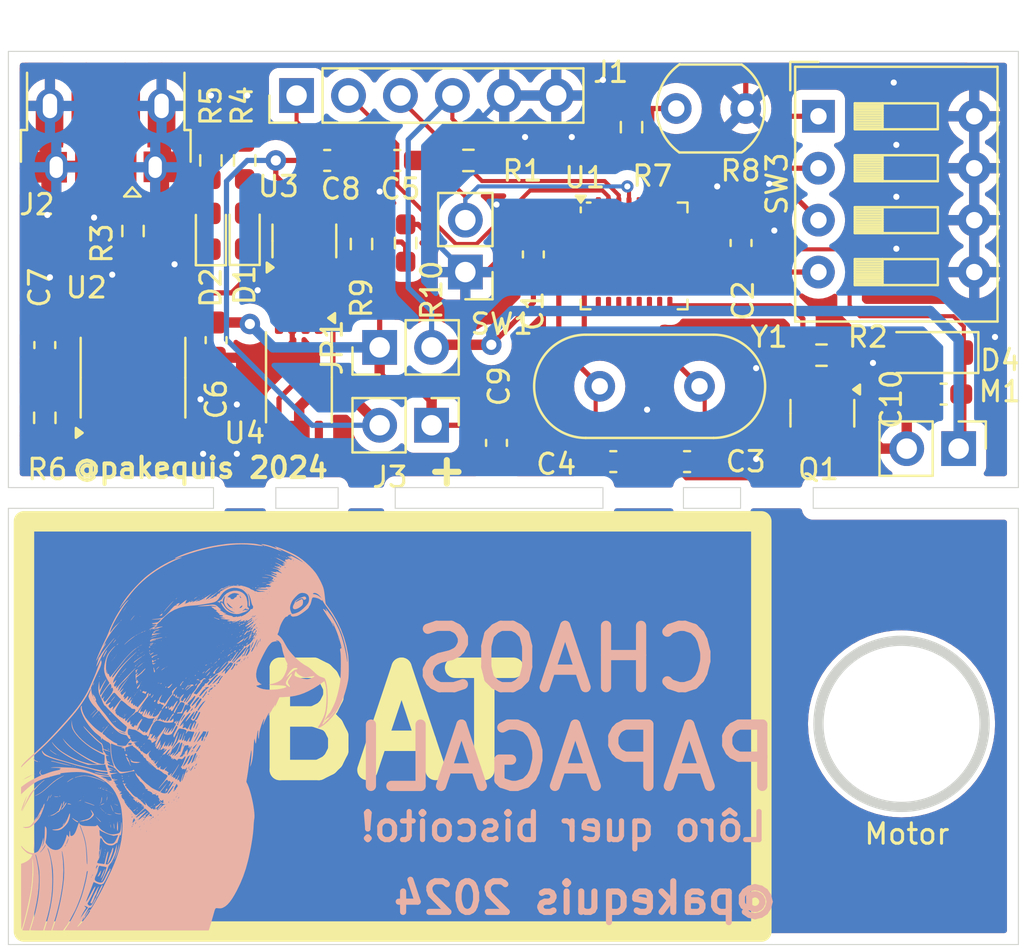
<source format=kicad_pcb>
(kicad_pcb (version 20240108) (generator "pcbnew") (generator_version "8.0")
  (layers (0 "F.Cu" signal) (31 "B.Cu" signal) (34 "B.Paste" user) (35 "F.Paste" user) (36 "B.SilkS" user "B.Silkscreen") (37 "F.SilkS" user "F.Silkscreen") (38 "B.Mask" user) (39 "F.Mask" user) (44 "Edge.Cuts" user))
  (net 0 "")
  (net 2 "Net-(U3-VCC)")
  (net 3 "GNDREF")
  (net 4 "VCC")
  (net 5 "Net-(U1-AREF)")
  (net 6 "Net-(U1-XTAL2{slash}PB7)")
  (net 7 "Net-(U1-XTAL1{slash}PB6)")
  (net 8 "Net-(J1-Pin_1)")
  (net 9 "Net-(U1-~{RESET}{slash}PC6)")
  (net 10 "Net-(U2-CE)")
  (net 11 "Net-(J3-Pin_2)")
  (net 12 "Net-(D1-K)")
  (net 13 "Net-(D1-A)")
  (net 14 "Net-(D2-K)")
  (net 15 "Net-(D2-A)")
  (net 16 "/D12")
  (net 17 "/A3")
  (net 18 "TXO")
  (net 19 "RXI")
  (net 23 "Net-(J2-VBUS)")
  (net 24 "Net-(Q1-B)")
  (net 26 "Net-(U3-CS)")
  (net 27 "/D5")
  (net 28 "/D7")
  (net 29 "Net-(U2-PROG)")
  (net 30 "/D6")
  (net 39 "Net-(D4-A)")
  (net 40 "Net-(U3-OD)")
  (net 42 "Net-(U3-OC)")
  (net 47 "Net-(U1-PC2)")
  (net 50 "Net-(J3-Pin_1)")
  (footprint "Capacitor_SMD:C_0603_1608Metric_Pad1.08x0.95mm_HandSolder" (layer "F.Cu") (at 124.6875 78.74)
    (property "Reference" "C8")
    (property "Value" "0.1uF")
  )
  (footprint "Connector_USB:USB_Micro-B_Amphenol_10103594-0001LF_Horizontal" (layer "F.Cu") (at 113.831 77.188 180)
    (property "Reference" "J2")
    (property "Value" "USB_B_Micro")
  )
  (footprint "Fiducial:Fiducial_0.5mm_Mask1.5mm" (layer "F.Cu") (at 111.887 98.552)
    (property "Reference" "F2" (hide yes))
    (property "Value" "Fiducial")
  )
  (footprint "Capacitor_SMD:C_0603_1608Metric_Pad1.08x0.95mm_HandSolder" (layer "F.Cu") (at 128.1165 78.74)
    (property "Reference" "C5")
    (property "Value" "0.1uF")
  )
  (footprint "Resistor_SMD:R_0603_1608Metric_Pad0.98x0.95mm_HandSolder" (layer "F.Cu") (at 110.8745 91.33 90)
    (property "Reference" "R6")
    (property "Value" "1.2k")
  )
  (footprint "Package_TO_SOT_SMD:SOT-23-6" (layer "F.Cu") (at 123.571 82.677 90)
    (property "Reference" "U3")
    (property "Value" "~")
  )
  (footprint "Resistor_SMD:R_0603_1608Metric_Pad0.98x0.95mm_HandSolder" (layer "F.Cu") (at 126.365 82.8275 90)
    (property "Reference" "R9")
    (property "Value" "100")
  )
  (footprint "Resistor_SMD:R_0603_1608Metric_Pad0.98x0.95mm_HandSolder" (layer "F.Cu") (at 128.524 82.7805 -90)
    (property "Reference" "R10")
    (property "Value" "1k")
  )
  (footprint "Package_DFN_QFN:QFN-32-1EP_5x5mm_P0.5mm_EP3.1x3.1mm" (layer "F.Cu") (at 139.7 83.411)
    (property "Reference" "U1")
    (property "Value" "ATmega328P-M")
  )
  (footprint "Capacitor_SMD:C_0603_1608Metric_Pad1.08x0.95mm_HandSolder" (layer "F.Cu") (at 132.969 92.5565 90)
    (property "Reference" "C9")
    (property "Value" "10uF")
  )
  (footprint "Capacitor_SMD:C_0603_1608Metric_Pad1.08x0.95mm_HandSolder" (layer "F.Cu") (at 138.682 93.472 180)
    (property "Reference" "C4")
    (property "Value" "12pF")
  )
  (footprint "Resistor_SMD:R_0603_1608Metric_Pad0.98x0.95mm_HandSolder" (layer "F.Cu") (at 120.65 78.74 90)
    (property "Reference" "R4")
    (property "Value" "1.6k")
  )
  (footprint "OptoDevice:R_LDR_5.1x4.3mm_P3.4mm_Vertical" (layer "F.Cu") (at 141.761 76.2)
    (property "Reference" "R8")
    (property "Value" "LDR07")
  )
  (footprint "LED_SMD:LED_0603_1608Metric_Pad1.05x0.95mm_HandSolder" (layer "F.Cu") (at 118.999 82.2065 90)
    (property "Reference" "D2")
    (property "Value" "CHRG")
  )
  (footprint "Connector_PinHeader_2.54mm:PinHeader_1x02_P2.54mm_Vertical" (layer "F.Cu") (at 155.575 92.837 -90)
    (property "Reference" "M1")
    (property "Value" "Motor_DC")
  )
  (footprint "Diode_SMD:D_SOD-123" (layer "F.Cu") (at 154.179 88.138 180)
    (property "Reference" "D4")
    (property "Value" "1N4148W")
  )
  (footprint "Capacitor_SMD:C_0603_1608Metric_Pad1.08x0.95mm_HandSolder" (layer "F.Cu") (at 142.291 93.472)
    (property "Reference" "C3")
    (property "Value" "12pF")
  )
  (footprint "Capacitor_SMD:C_0603_1608Metric_Pad1.08x0.95mm_HandSolder" (layer "F.Cu") (at 110.8745 87.771 90)
    (property "Reference" "C7")
    (property "Value" "10uF")
  )
  (footprint "Resistor_SMD:R_0603_1608Metric_Pad0.98x0.95mm_HandSolder" (layer "F.Cu") (at 118.999 78.74 90)
    (property "Reference" "R5")
    (property "Value" "1.6k")
  )
  (footprint "Capacitor_SMD:C_0603_1608Metric_Pad1.08x0.95mm_HandSolder" (layer "F.Cu") (at 119.253 87.5295 90)
    (property "Reference" "C6")
    (property "Value" "10uF")
  )
  (footprint "Capacitor_SMD:C_0603_1608Metric_Pad1.08x0.95mm_HandSolder" (layer "F.Cu") (at 134.7715 83.3385 90)
    (property "Reference" "C1")
    (property "Value" "0.1uF")
  )
  (footprint "Resistor_SMD:R_0603_1608Metric_Pad0.98x0.95mm_HandSolder" (layer "F.Cu") (at 131.5955 78.74 180)
    (property "Reference" "R1")
    (property "Value" "10k")
  )
  (footprint "Capacitor_SMD:C_0603_1608Metric_Pad1.08x0.95mm_HandSolder" (layer "F.Cu") (at 144.9315 82.7775 90)
    (property "Reference" "C2")
    (property "Value" "0.1uF")
  )
  (footprint "Fiducial:Fiducial_0.5mm_Mask1.5mm" (layer "F.Cu") (at 111.76 114.681)
    (property "Reference" "F3" (hide yes))
    (property "Value" "Fiducial")
  )
  (footprint "Fiducial:Fiducial_0.5mm_Mask1.5mm" (layer "F.Cu") (at 144.018 97.79)
    (property "Reference" "F1" (hide yes))
    (property "Value" "Fiducial")
  )
  (footprint "Connector_PinHeader_2.54mm:PinHeader_1x02_P2.54mm_Vertical" (layer "F.Cu") (at 131.445 84.201 180)
    (property "Reference" "SW1")
    (property "Value" "SW_Push")
  )
  (footprint "Capacitor_SMD:C_0603_1608Metric_Pad1.08x0.95mm_HandSolder" (layer "F.Cu") (at 154.8395 90.17 180)
    (property "Reference" "C10")
    (property "Value" "0.1uF")
  )
  (footprint "Resistor_SMD:R_0603_1608Metric_Pad0.98x0.95mm_HandSolder" (layer "F.Cu") (at 148.8665 88.265)
    (property "Reference" "R2")
    (property "Value" "4.7k")
  )
  (footprint "Package_SO:SOP-8_3.9x4.9mm_P1.27mm" (layer "F.Cu") (at 115.189 89.366 90)
    (property "Reference" "U2")
    (property "Value" "TP4056")
  )
  (footprint "Connector_PinHeader_2.54mm:PinHeader_1x02_P2.54mm_Vertical" (layer "F.Cu") (at 127.254 87.884 90)
    (property "Reference" "JP1")
    (property "Value" "jumper")
  )
  (footprint "Connector_PinHeader_2.54mm:PinHeader_1x06_P2.54mm_Vertical" (layer "F.Cu") (at 123.19 75.565 90)
    (property "Reference" "J1")
    (property "Value" "Conn_01x06")
  )
  (footprint "Fiducial:Fiducial_0.5mm_Mask1.5mm" (layer "F.Cu") (at 143.637 114.554)
    (property "Reference" "F4" (hide yes))
    (property "Value" "Fiducial")
  )
  (footprint "LED_SMD:LED_0603_1608Metric_Pad1.05x0.95mm_HandSolder" (layer "F.Cu") (at 120.65 82.1925 90)
    (property "Reference" "D1")
    (property "Value" "PWR")
  )
  (footprint "Button_Switch_THT:SW_DIP_SPSTx04_Slide_9.78x12.34mm_W7.62mm_P2.54mm" (layer "F.Cu") (at 148.717 76.581)
    (property "Reference" "SW3")
    (property "Value" "SW_DIP_x04")
  )
  (footprint "Resistor_SMD:R_0603_1608Metric_Pad0.98x0.95mm_HandSolder" (layer "F.Cu") (at 115.189 82.1925 -90)
    (property "Reference" "R3")
    (property "Value" "1R")
  )
  (footprint "Resistor_SMD:R_0603_1608Metric_Pad0.98x0.95mm_HandSolder" (layer "F.Cu") (at 139.573 77.1125 -90)
    (property "Reference" "R7")
    (property "Value" "10k")
  )
  (footprint "Connector_PinHeader_2.54mm:PinHeader_1x02_P2.54mm_Vertical" (layer "F.Cu") (at 129.794 91.694 -90)
    (property "Reference" "J3")
    (property "Value" "BAT")
  )
  (footprint "Package_SO:TSSOP-8_4.4x3mm_P0.65mm" (layer "F.Cu") (at 123.305 89.3495 -90)
    (property "Reference" "U4")
    (property "Value" "FS8205A")
  )
  (footprint "Crystal:Crystal_HC49-U_Vertical" (layer "F.Cu") (at 142.8995 89.789 180)
    (property "Reference" "Y1")
    (property "Value" "8MHz")
  )
  (footprint "Package_TO_SOT_SMD:SOT-23" (layer "F.Cu") (at 148.909 91.1075 -90)
    (property "Reference" "Q1")
    (property "Value" "BC847")
  )
  (footprint "libs:papagali" (layer "B.Cu") (at 119.716905 106.400095 180)
    (property "Reference" "G***" (hide yes))
    (property "Value" "LOGO" (hide yes))
  )
  (gr_rect (start 109.855 96.393) (end 145.923 116.459) (stroke (width 1)) (fill none) (layer "F.SilkS"))
  (gr_line (start 144.907 95.758) (end 144.907 94.742) (stroke (width 0.05)) (layer "Edge.Cuts"))
  (gr_line (start 119.126 95.758) (end 119.126 94.742) (stroke (width 0.05)) (layer "Edge.Cuts"))
  (gr_line (start 148.463 95.758) (end 148.463 94.742) (stroke (width 0.05)) (layer "Edge.Cuts"))
  (gr_line (start 158.496 95.758) (end 158.496 117.094) (stroke (width 0.05)) (layer "Edge.Cuts"))
  (gr_line (start 109.093 117.094) (end 109.093 95.758) (stroke (width 0.05)) (layer "Edge.Cuts"))
  (gr_line (start 138.176 95.758) (end 138.176 94.742) (stroke (width 0.05)) (layer "Edge.Cuts"))
  (gr_line (start 158.496 94.742) (end 158.496 73.406) (stroke (width 0.05)) (layer "Edge.Cuts"))
  (gr_circle (center 152.781 106.299) (end 156.845 106.299) (stroke (width 0.5)) (fill none) (layer "Edge.Cuts"))
  (gr_line (start 138.176 94.742) (end 128.016 94.742) (stroke (width 0.05)) (layer "Edge.Cuts"))
  (gr_line (start 148.463 94.742) (end 158.496 94.742) (stroke (width 0.05)) (layer "Edge.Cuts"))
  (gr_line (start 119.126 94.742) (end 109.093 94.742) (stroke (width 0.05)) (layer "Edge.Cuts"))
  (gr_line (start 158.496 73.406) (end 109.093 73.406) (stroke (width 0.05)) (layer "Edge.Cuts"))
  (gr_line (start 142.113 94.742) (end 142.113 95.758) (stroke (width 0.05)) (layer "Edge.Cuts"))
  (gr_line (start 158.496 95.758) (end 148.463 95.758) (stroke (width 0.05)) (layer "Edge.Cuts"))
  (gr_line (start 128.016 94.742) (end 128.016 95.758) (stroke (width 0.05)) (layer "Edge.Cuts"))
  (gr_line (start 122.174 94.742) (end 122.174 95.758) (stroke (width 0.05)) (layer "Edge.Cuts"))
  (gr_line (start 125.222 94.742) (end 122.174 94.742) (stroke (width 0.05)) (layer "Edge.Cuts"))
  (gr_line (start 144.907 94.742) (end 142.113 94.742) (stroke (width 0.05)) (layer "Edge.Cuts"))
  (gr_line (start 142.113 95.758) (end 144.907 95.758) (stroke (width 0.05)) (layer "Edge.Cuts"))
  (gr_line (start 158.496 117.094) (end 109.093 117.094) (stroke (width 0.05)) (layer "Edge.Cuts"))
  (gr_line (start 109.093 95.758) (end 119.126 95.758) (stroke (width 0.05)) (layer "Edge.Cuts"))
  (gr_line (start 122.174 95.758) (end 125.222 95.758) (stroke (width 0.05)) (layer "Edge.Cuts"))
  (gr_line (start 109.093 73.406) (end 109.093 94.742) (stroke (width 0.05)) (layer "Edge.Cuts"))
  (gr_line (start 128.016 95.758) (end 138.176 95.758) (stroke (width 0.05)) (layer "Edge.Cuts"))
  (gr_line (start 125.222 95.758) (end 125.222 94.742) (stroke (width 0.05)) (layer "Edge.Cuts"))
  (gr_text "@pakequis 2024" (at 146.812 115.697 0) (layer "B.SilkS") (effects (font (size 1.5 1.5) (thickness 0.3) (bold yes)) (justify left bottom mirror)))
  (gr_text "CHAOS\nPAPAGALI" (at 136.398 109.728 0) (layer "B.SilkS") (effects (font (size 3 3) (thickness 0.5) (bold yes)) (justify bottom mirror)))
  (gr_text "Lôro quer biscoito!" (at 146.304 112.141 0) (layer "B.SilkS") (effects (font (size 1.3716 1.3716) (thickness 0.254) (bold yes)) (justify left bottom mirror)))
  (gr_text "BAT" (at 120.523 109.22 0) (layer "F.SilkS") (effects (font (size 5 5) (thickness 1) (bold yes)) (justify left bottom)))
  (gr_text "@pakequis 2024" (at 112.141 94.361 0) (layer "F.SilkS") (effects (font (size 1 1) (thickness 0.2) (bold yes)) (justify left bottom)))
  (gr_text "+" (at 129.413 94.742 0) (layer "F.SilkS") (effects (font (size 1.5 1.5) (thickness 0.3) (bold yes)) (justify left bottom)))
  (gr_text "Motor" (at 150.876 112.268 0) (layer "F.SilkS") (effects (font (size 1 1)) (justify left bottom)))
  (segment (start 125.55 79.682) (end 125.55 78.74) (width 0.254) (layer "F.Cu") (net 2))
  (segment (start 123.571 80.518) (end 123.952 80.137) (width 0.254) (layer "F.Cu") (net 2))
  (segment (start 126.365 81.915) (end 126.365 80.497) (width 0.254) (layer "F.Cu") (net 2))
  (segment (start 125.095 80.137) (end 125.55 79.682) (width 0.254) (layer "F.Cu") (net 2))
  (segment (start 123.952 80.137) (end 125.095 80.137) (width 0.254) (layer "F.Cu") (net 2))
  (segment (start 123.571 81.5395) (end 123.571 80.518) (width 0.254) (layer "F.Cu") (net 2))
  (segment (start 126.365 80.497) (end 125.55 79.682) (width 0.254) (layer "F.Cu") (net 2))
  (segment (start 110.956 79.073) (end 111.436 79.073) (width 0.2) (layer "F.Cu") (net 3))
  (segment (start 119.253 88.392) (end 122.428 88.392) (width 0.254) (layer "F.Cu") (net 3))
  (segment (start 136.017 74.091) (end 133.35 74.091) (width 0.254) (layer "F.Cu") (net 3))
  (segment (start 109.778 93.649) (end 109.982 93.853) (width 0.254) (layer "F.Cu") (net 3))
  (segment (start 137.262 83.661) (end 137.2625 83.661) (width 0.254) (layer "F.Cu") (net 3))
  (segment (start 116.586 76.073) (end 115.086 76.073) (width 0.254) (layer "F.Cu") (net 3))
  (segment (start 114.816 74.099) (end 114.808 74.091) (width 0.254) (layer "F.Cu") (net 3))
  (segment (start 110.856 77.753) (end 109.807 77.753) (width 0.254) (layer "F.Cu") (net 3))
  (segment (start 135.89 74.218) (end 136.017 74.091) (width 0.254) (layer "F.Cu") (net 3))
  (segment (start 134.956 82.661) (end 134.772 82.476) (width 0.254) (layer "F.Cu") (net 3))
  (segment (start 109.778 77.724) (end 109.778 79.121) (width 0.254) (layer "F.Cu") (net 3))
  (segment (start 109.818 92.2425) (end 109.778 92.202) (width 0.254) (layer "F.Cu") (net 3))
  (segment (start 139.95 83.161) (end 139.7 83.411) (width 0.254) (layer "F.Cu") (net 3))
  (segment (start 141.428 93.472) (end 141.4285 93.472) (width 0.2) (layer "F.Cu") (net 3))
  (segment (start 143.891 82.677) (end 143.891 82.169) (width 0.254) (layer "F.Cu") (net 3))
  (segment (start 109.982 93.853) (end 110.109 93.853) (width 0.254) (layer "F.Cu") (net 3))
  (segment (start 135.89 75.565) (end 133.35 75.565) (width 0.254) (layer "F.Cu") (net 3))
  (segment (start 110.874 92.2425) (end 110.8745 92.2425) (width 0.2) (layer "F.Cu") (net 3))
  (segment (start 112.903 74.091) (end 109.932 74.091) (width 0.254) (layer "F.Cu") (net 3))
  (segment (start 146.812 90.424) (end 147.066 90.17) (width 0.254) (layer "F.Cu") (net 3))
  (segment (start 114.816 75.803) (end 114.816 74.099) (width 0.254) (layer "F.Cu") (net 3))
  (segment (start 112.896 75.803) (end 112.896 74.098) (width 0.254) (layer "F.Cu") (net 3))
  (segment (start 141.4285 93.472) (end 142.2436 94.2871) (width 0.2) (layer "F.Cu") (net 3))
  (segment (start 147.066 90.17) (end 147.959 90.17) (width 0.254) (layer "F.Cu") (net 3))
  (segment (start 137.2625 83.661) (end 139.45 83.661) (width 0.254) (layer "F.Cu") (net 3))
  (segment (start 109.778 79.121) (end 109.778 88.646) (width 0.254) (layer "F.Cu") (net 3))
  (segment (start 144.145 81.915) (end 144.9315 81.915) (width 0.254) (layer "F.Cu") (net 3))
  (segment (start 156.337 76.581) (end 156.337 74.472) (width 0.254) (layer "F.Cu") (net 3))
  (segment (start 122.428 88.392) (end 122.98 87.84) (width 0.254) (layer "F.Cu") (net 3))
  (segment (start 115.824 93.98) (end 119.126 93.98) (width 0.254) (layer "F.Cu") (net 3))
  (segment (start 157.557 84.201) (end 157.811 84.455) (width 0.254) (layer "F.Cu") (net 3))
  (segment (start 116.806 77.223) (end 116.806 77.753) (width 0.2) (layer "F.Cu") (net 3))
  (segment (start 134.7715 82.476) (end 134.186 82.476) (width 0.254) (layer "F.Cu") (net 3))
  (segment (start 134.772 82.476) (end 134.7715 82.476) (width 0.254) (layer "F.Cu") (net 3))
  (segment (start 130.429 93.98) (end 130.99 93.419) (width 0.254) (layer "F.Cu") (net 3))
  (segment (start 135.89 75.565) (end 135.89 74.218) (width 0.254) (layer "F.Cu") (net 3))
  (segment (start 111.556 78.953) (end 111.436 79.073) (width 0.254) (layer "F.Cu") (net 3))
  (segment (start 157.811 84.455) (end 157.811 94.03) (width 0.254) (layer "F.Cu") (net 3))
  (segment (start 119.253 93.853) (end 119.126 93.98) (width 0.254) (layer "F.Cu") (net 3))
  (segment (start 129.921 84.201) (end 131.445 84.201) (width 0.254) (layer "F.Cu") (net 3))
  (segment (start 142.1375 83.161) (end 139.95 83.161) (width 0.254) (layer "F.Cu") (net 3))
  (segment (start 112.626 76.073) (end 112.896 75.803) (width 0.254) (layer "F.Cu") (net 3))
  (segment (start 155.956 74.091) (end 145.161 74.091) (width 0.254) (layer "F.Cu") (net 3))
  (segment (start 109.932 74.091) (end 109.778 74.245) (width 0.254) (layer "F.Cu") (net 3))
  (segment (start 157.811 94.03) (end 157.784 94.057) (width 0.254) (layer "F.Cu") (net 3))
  (segment (start 156.337 84.201) (end 156.337 81.661) (width 0.254) (layer "F.Cu") (net 3))
  (segment (start 113.284 93.98) (end 115.824 93.98) (width 0.254) (layer "F.Cu") (net 3))
  (segment (start 122.98 87.84) (end 122.98 86.487) (width 0.254) (layer "F.Cu") (net 3))
  (segment (start 110.956 79.073) (end 109.826 79.073) (width 0.254) (layer "F.Cu") (net 3))
  (segment (start 114.816 75.803) (end 112.896 75.803) (width 0.254) (layer "F.Cu") (net 3))
  (segment (start 109.807 77.753) (end 109.778 77.724) (width 0.254) (layer "F.Cu") (net 3))
  (segment (start 156.337 84.201) (end 157.557 84.201) (width 0.254) (layer "F.Cu") (net 3))
  (segment (start 145.161 76.2) (end 145.161 74.091) (width 0.254) (layer "F.Cu") (net 3))
  (segment (start 115.086 76.073) (end 114.816 75.803) (width 0.254) (layer "F.Cu") (net 3))
  (segment (start 112.556 78.953) (end 111.556 78.953) (width 0.254) (layer "F.Cu") (net 3))
  (segment (start 122.98 86.487) (end 123.63 86.487) (width 0.254) (layer "F.Cu") (net 3))
  (segment (start 109.826 79.073) (end 109.778 79.121) (width 0.254) (layer "F.Cu") (net 3))
  (segment (start 116.706 79.053) (end 116.706 77.853) (width 0.254) (layer "F.Cu") (net 3))
  (segment (start 129.1355 81.868) (end 129.54 82.2725) (width 0.254) (layer "F.Cu") (net 3))
  (segment (start 110.236 93.98) (end 113.284 93.98) (width 0.254) (layer "F.Cu") (net 3))
  (segment (start 130.99 93.419) (end 132.969 93.419) (width 0.254) (layer "F.Cu") (net 3))
  (segment (start 141.428 93.472) (end 139.5445 93.472) (width 0.254) (layer "F.Cu") (net 3))
  (segment (start 116.586 74.091) (end 114.808 74.091) (width 0.254) (layer "F.Cu") (net 3))
  (segment (start 115.824 91.991) (end 115.824 93.98) (width 0.254) (layer "F.Cu") (net 3))
  (segment (start 146.812 93.853) (end 146.812 90.424) (width 0.254) (layer "F.Cu") (net 3))
  (segment (start 116.586 76.073) (end 116.586 77.003) (width 0.2) (layer "F.Cu") (net 3))
  (segment (start 134.186 82.476) (end 132.461 84.201) (width 0.254) (layer "F.Cu") (net 3))
  (segment (start 143.407 83.161) (end 143.891 82.677) (width 0.254) (layer "F.Cu") (net 3))
  (segment (start 114.808 74.091) (end 112.903 74.091) (width 0.254) (layer "F.Cu") (net 3))
  (segment (start 111.106 77.003) (end 110.856 77.253) (width 0.2) (layer "F.Cu") (net 3))
  (segment (start 139.45 83.661) (end 139.7 83.411) (width 0.254) (layer "F.Cu") (net 3))
  (segment (start 119.126 93.98) (end 128.524 93.98) (width 0.254) (layer "F.Cu") (net 3))
  (segment (start 128.524 93.98) (end 130.429 93.98) (width 0.254) (layer "F.Cu") (net 3))
  (segment (start 129.54 82.2725) (end 129.54 83.82) (width 0.254) (layer "F.Cu") (net 3))
  (segment (start 145.161 74.091) (end 136.017 74.091) (width 0.254) (layer "F.Cu") (net 3))
  (segment (start 110.109 93.853) (end 110.236 93.98) (width 0.254) (layer "F.Cu") (net 3))
  (segment (start 156.337 79.121) (end 156.337 76.581) (width 0.254) (layer "F.Cu") (net 3))
  (segment (start 156.337 74.472) (end 155.956 74.091) (width 0.254) (layer "F.Cu") (net 3))
  (segment (start 132.461 84.201) (end 131.445 84.201) (width 0.254) (layer "F.Cu") (net 3))
  (segment (start 113.284 91.991) (end 113.284 93.98) (width 0.254) (layer "F.Cu") (net 3))
  (segment (start 146.3779 94.2871) (end 146.812 93.853) (width 0.2) (layer "F.Cu") (net 3))
  (segment (start 110.874 88.6335) (end 110.8745 88.6335) (width 0.2) (layer "F.Cu") (net 3))
  (segment (start 109.778 92.202) (end 109.778 93.649) (width 0.254) (layer "F.Cu") (net 3))
  (segment (start 116.686 79.073) (end 116.706 79.053) (width 0.2) (layer "F.Cu") (net 3))
  (segment (start 133.35 75.565) (end 133.35 74.091) (width 0.254) (layer "F.Cu") (net 3))
  (segment (start 116.276 79.073) (end 116.686 79.073) (width 0.2) (layer "F.Cu") (net 3))
  (segment (start 137.2625 82.661) (end 138.95 82.661) (width 0.254) (layer "F.Cu") (net 3))
  (segment (start 137.2625 82.661) (end 134.956 82.661) (width 0.254) (layer "F.Cu") (net 3))
  (segment (start 109.778 74.245) (end 109.778 77.724) (width 0.254) (layer "F.Cu") (net 3))
  (segment (start 142.2436 94.2871) (end 146.3779 94.2871) (width 0.2) (layer "F.Cu") (net 3))
  (segment (start 112.896 74.098) (end 112.903 74.091) (width 0.254) (layer "F.Cu") (net 3))
  (segment (start 144.9315 81.915) (end 144.932 81.915) (width 0.254) (layer "F.Cu") (net 3))
  (segment (start 110.874 88.6335) (end 109.79 88.6335) (width 0.254) (layer "F.Cu") (net 3))
  (segment (start 138.95 82.661) (end 139.7 83.411) (width 0.254) (layer "F.Cu") (net 3))
  (segment (start 133.35 74.091) (end 116.586 74.091) (width 0.254) (layer "F.Cu") (net 3))
  (segment (start 116.706 77.853) (end 116.806 77.753) (width 0.254) (layer "F.Cu") (net 3))
  (segment (start 111.126 76.073) (end 112.626 76.073) (width 0.254) (layer "F.Cu") (net 3))
  (segment (start 142.1375 83.161) (end 143.407 83.161) (width 0.254) (layer "F.Cu") (net 3))
  (segment (start 110.874 92.2425) (end 109.818 92.2425) (width 0.254) (layer "F.Cu") (net 3))
  (segment (start 109.778 88.646) (end 109.778 92.202) (width 0.254) (layer "F.Cu") (net 3))
  (segment (start 139.5445 93.472) (end 139.544 93.472) (width 0.254) (layer "F.Cu") (net 3))
  (segment (start 143.891 82.169) (end 144.145 81.915) (width 0.254) (layer "F.Cu") (net 3))
  (segment (start 116.586 76.073) (end 116.586 74.091) (width 0.254) (layer "F.Cu") (net 3))
  (segment (start 110.856 77.253) (end 110.856 77.753) (width 0.2) (layer "F.Cu") (net 3))
  (segment (start 129.54 83.82) (end 129.921 84.201) (width 0.254) (layer "F.Cu") (net 3))
  (segment (start 119.253 88.392) (end 119.253 93.853) (width 0.254) (layer "F.Cu") (net 3))
  (segment (start 109.79 88.6335) (end 109.778 88.646) (width 0.254) (layer "F.Cu") (net 3))
  (segment (start 156.337 81.661) (end 156.337 79.121) (width 0.254) (layer "F.Cu") (net 3))
  (segment (start 116.586 77.003) (end 116.806 77.223) (width 0.2) (layer "F.Cu") (net 3))
  (segment (start 128.524 81.868) (end 129.1355 81.868) (width 0.254) (layer "F.Cu") (net 3))
  (via (at 140.335 90.932) (size 0.6) (drill 0.3) (layers "F.Cu" "B.Cu") (net 3))
  (via (at 151.384 88.646) (size 0.6) (drill 0.3) (layers "F.Cu" "B.Cu") (net 3))
  (via (at 113.284 81.534) (size 0.6) (drill 0.3) (layers "F.Cu" "B.Cu") (net 3))
  (via (at 127.254 80.264) (size 0.6) (drill 0.3) (layers "F.Cu" "B.Cu") (net 3))
  (via (at 117.221 83.82) (size 0.6) (drill 0.3) (layers "F.Cu" "B.Cu") (net 3))
  (via (at 146.558 82.169) (size 0.6) (drill 0.3) (layers "F.Cu" "B.Cu") (net 3))
  (via (at 152.527 83.058) (size 0.6) (drill 0.3) (layers "F.Cu" "B.Cu") (net 3))
  (via (at 118.491 90.424) (size 0.6) (drill 0.3) (layers "F.Cu" "B.Cu") (net 3))
  (via (at 132.969 80.899) (size 0.6) (drill 0.3) (layers "F.Cu" "B.Cu") (net 3))
  (via (at 121.285 85.09) (size 0.6) (drill 0.3) (layers "F.Cu" "B.Cu") (net 3))
  (via (at 136.652 77.597) (size 0.6) (drill 0.3) (layers "F.Cu" "B.Cu") (net 3))
  (via (at 134.366 77.597) (size 0.6) (drill 0.3) (layers "F.Cu" "B.Cu") (net 3))
  (via (at 143.764 80.01) (size 0.6) (drill 0.3) (layers "F.Cu" "B.Cu") (net 3))
  (via (at 120.269 93.091) (size 0.6) (drill 0.3) (layers "F.Cu" "B.Cu") (net 3))
  (via (at 120.269 90.678) (size 0.6) (drill 0.3) (layers "F.Cu" "B.Cu") (net 3))
  (via (at 118.618 93.091) (size 0.6) (drill 0.3) (layers "F.Cu" "B.Cu") (net 3))
  (via (at 152.4 74.93) (size 0.6) (drill 0.3) (layers "F.Cu" "B.Cu") (net 3))
  (via (at 145.669 88.9) (size 0.6) (drill 0.3) (layers "F.Cu" "B.Cu") (net 3))
  (via (at 146.304 79.883) (size 0.6) (drill 0.3) (layers "F.Cu" "B.Cu") (net 3))
  (via (at 145.669 93.345) (size 0.6) (drill 0.3) (layers "F.Cu" "B.Cu") (net 3))
  (via (at 157.353 87.376) (size 0.6) (drill 0.3) (layers "F.Cu" "B.Cu") (net 3))
  (via (at 118.999 75.565) (size 0.6) (drill 0.3) (layers "F.Cu" "B.Cu") (net 3))
  (via (at 120.777 75.565) (size 0.6) (drill 0.3) (layers "F.Cu" "B.Cu") (net 3))
  (via (at 111.125 84.455) (size 0.6) (drill 0.3) (layers "F.Cu" "B.Cu") (net 3))
  (via (at 152.527 77.978) (size 0.6) (drill 0.3) (layers "F.Cu" "B.Cu") (net 3))
  (via (at 138.176 74.803) (size 0.6) (drill 0.3) (layers "F.Cu" "B.Cu") (net 3))
  (via (at 152.527 80.518) (size 0.6) (drill 0.3) (layers "F.Cu" "B.Cu") (net 3))
  (via (at 110.998 81.407) (size 0.6) (drill 0.3) (layers "F.Cu" "B.Cu") (net 3))
  (via (at 114.173 84.328) (size 0.6) (drill 0.3) (layers "F.Cu" "B.Cu") (net 3))
  (segment (start 109.778 74.422) (end 109.778 93.853) (width 0.254) (layer "B.Cu") (net 3))
  (segment (start 131.445 84.201) (end 129.794 82.55) (width 0.254) (layer "B.Cu") (net 3))
  (segment (start 129.794 79.121) (end 133.35 75.565) (width 0.254) (layer "B.Cu") (net 3))
  (segment (start 110.109 74.091) (end 109.778 74.422) (width 0.254) (layer "B.Cu") (net 3))
  (segment (start 156.337 76.581) (end 156.337 79.121) (width 0.254) (layer "B.Cu") (net 3))
  (segment (start 109.778 93.853) (end 130.429 93.853) (width 0.254) (layer "B.Cu") (net 3))
  (segment (start 156.337 74.599) (end 155.829 74.091) (width 0.254) (layer "B.Cu") (net 3))
  (segment (start 156.337 79.121) (end 156.337 81.661) (width 0.254) (layer "B.Cu") (net 3))
  (segment (start 156.337 76.581) (end 156.337 74.599) (width 0.254) (layer "B.Cu") (net 3))
  (segment (start 129.794 82.55) (end 129.794 79.121) (width 0.254) (layer "B.Cu") (net 3))
  (segment (start 155.829 74.091) (end 110.109 74.091) (width 0.254) (layer "B.Cu") (net 3))
  (segment (start 156.337 81.661) (end 156.337 84.201) (width 0.254) (layer "B.Cu") (net 3))
  (segment (start 137.262 83.161) (end 137.2625 83.161) (width 0.2) (layer "F.Cu") (net 4))
  (segment (start 134.772 85.7) (end 132.715 87.757) (width 0.254) (layer "F.Cu") (net 4))
  (segment (start 134.792 84.181) (end 134.772 84.201) (width 0.254) (layer "F.Cu") (net 4))
  (segment (start 150.749 86.36) (end 155.321 86.36) (width 0.2) (layer "F.Cu") (net 4))
  (segment (start 132.508 78.74) (end 137.795 78.74) (width 0.2) (layer "F.Cu") (net 4))
  (segment (start 155.829 86.868) (end 155.829 88.138) (width 0.2) (layer "F.Cu") (net 4))
  (segment (start 134.772 84.201) (end 134.772 85.7) (width 0.254) (layer "F.Cu") (net 4))
  (segment (start 137.262 83.161) (end 136.422 83.161) (width 0.254) (layer "F.Cu") (net 4))
  (segment (start 145.8503 84.661) (end 142.1375 84.661) (width 0.2) (layer "F.Cu") (net 4))
  (segment (start 155.321 86.36) (end 155.829 86.868) (width 0.2) (layer "F.Cu") (net 4))
  (segment (start 150.241 85.852) (end 150.749 86.36) (width 0.2) (layer "F.Cu") (net 4))
  (segment (start 155.702 92.71) (end 155.575 92.837) (width 0.2) (layer "F.Cu") (net 4))
  (segment (start 130.81 75.565) (end 130.81 76.708) (width 0.2) (layer "F.Cu") (net 4))
  (segment (start 155.702 88.392) (end 155.702 90.17) (width 0.508) (layer "F.Cu") (net 4))
  (segment (start 150.241 83.693) (end 150.241 85.852) (width 0.2) (layer "F.Cu") (net 4))
  (segment (start 138.51 78.025) (end 139.573 78.025) (width 0.2) (layer "F.Cu") (net 4))
  (segment (start 136.422 83.161) (end 135.89 83.693) (width 0.254) (layer "F.Cu") (net 4))
  (segment (start 132.207 77.089) (end 132.508 77.39) (width 0.2) (layer "F.Cu") (net 4))
  (segment (start 134.812 84.161) (end 134.792 84.181) (width 0.254) (layer "F.Cu") (net 4))
  (segment (start 137.262 84.161) (end 137.2625 84.161) (width 0.2) (layer "F.Cu") (net 4))
  (segment (start 135.89 84.161) (end 134.812 84.161) (width 0.254) (layer "F.Cu") (net 4))
  (segment (start 135.89 83.693) (end 135.89 84.161) (width 0.254) (layer "F.Cu") (net 4))
  (segment (start 155.829 88.265) (end 155.702 88.392) (width 0.2) (layer "F.Cu") (net 4))
  (segment (start 129.921 87.757) (end 129.794 87.884) (width 0.508) (layer "F.Cu") (net 4))
  (segment (start 132.508 77.39) (end 132.508 78.74) (width 0.2) (layer "F.Cu") (net 4))
  (segment (start 155.829 88.138) (end 155.829 88.265) (width 0.2) (layer "F.Cu") (net 4))
  (segment (start 130.81 76.708) (end 131.191 77.089) (width 0.2) (layer "F.Cu") (net 4))
  (segment (start 150.241 83.693) (end 149.6364 83.0884) (width 0.2) (layer "F.Cu") (net 4))
  (segment (start 149.6364 83.0884) (end 147.4229 83.0884) (width 0.2) (layer "F.Cu") (net 4))
  (segment (start 134.7915 84.181) (end 134.7715 84.201) (width 0.2) (layer "F.Cu") (net 4))
  (segment (start 137.262 84.161) (end 135.89 84.161) (width 0.254) (layer "F.Cu") (net 4))
  (segment (start 134.792 84.181) (end 134.7915 84.181) (width 0.2) (layer "F.Cu") (net 4))
  (segment (start 131.191 77.089) (end 132.207 77.089) (width 0.2) (layer "F.Cu") (net 4))
  (segment (start 132.715 87.757) (end 129.921 87.757) (width 0.508) (layer "F.Cu") (net 4))
  (segment (start 147.4229 83.0884) (end 145.8503 84.661) (width 0.2) (layer "F.Cu") (net 4))
  (segment (start 155.702 90.17) (end 155.702 92.71) (width 0.508) (layer "F.Cu") (net 4))
  (segment (start 137.795 78.74) (end 138.51 78.025) (width 0.2) (layer "F.Cu") (net 4))
  (via (at 132.715 87.757) (size 1) (drill 0.5) (layers "F.Cu" "B.Cu") (net 4))
  (segment (start 154.178 86.106) (end 155.575 87.503) (width 0.508) (layer "B.Cu") (net 4))
  (segment (start 133.731 86.106) (end 154.178 86.106) (width 0.508) (layer "B.Cu") (net 4))
  (segment (start 129.794 86.106) (end 129.794 87.884) (width 0.254) (layer "B.Cu") (net 4))
  (segment (start 133.731 86.106) (end 132.715 87.122) (width 0.508) (layer "B.Cu") (net 4))
  (segment (start 130.81 75.565) (end 128.651 77.724) (width 0.254) (layer "B.Cu") (net 4))
  (segment (start 155.575 87.503) (end 155.575 92.837) (width 0.508) (layer "B.Cu") (net 4))
  (segment (start 128.651 77.724) (end 128.651 84.963) (width 0.254) (layer "B.Cu") (net 4))
  (segment (start 128.651 84.963) (end 129.794 86.106) (width 0.254) (layer "B.Cu") (net 4))
  (segment (start 132.715 87.122) (end 132.715 87.757) (width 0.508) (layer "B.Cu") (net 4))
  (segment (start 144.9317 83.6402) (end 144.932 83.64) (width 0.254) (layer "F.Cu") (net 5))
  (segment (start 144.91 83.661) (end 144.9317 83.6402) (width 0.254) (layer "F.Cu") (net 5))
  (segment (start 144.9315 83.64) (end 144.9317 83.6402) (width 0.2) (layer "F.Cu") (net 5))
  (segment (start 142.138 83.661) (end 142.1375 83.661) (width 0.2) (layer "F.Cu") (net 5))
  (segment (start 142.138 83.661) (end 144.91 83.661) (width 0.254) (layer "F.Cu") (net 5))
  (segment (start 140.614 87.503) (end 142.9 89.789) (width 0.254) (layer "F.Cu") (net 6))
  (segment (start 143.1535 90.0425) (end 142.9 89.789) (width 0.2) (layer "F.Cu") (net 6))
  (segment (start 137.262 87.0975) (end 137.668 87.503) (width 0.254) (layer "F.Cu") (net 6))
  (segment (start 137.2625 86.1287) (end 137.2625 85.161) (width 0.2) (layer "F.Cu") (net 6))
  (segment (start 137.262 86.1292) (end 137.2625 86.1287) (width 0.2) (layer "F.Cu") (net 6))
  (segment (start 143.1535 93.472) (end 143.1535 90.0425) (width 0.2) (layer "F.Cu") (net 6))
  (segment (start 142.9 89.789) (end 142.8995 89.789) (width 0.2) (layer "F.Cu") (net 6))
  (segment (start 137.668 87.503) (end 140.614 87.503) (width 0.254) (layer "F.Cu") (net 6))
  (segment (start 137.262 86.1292) (end 137.262 87.0975) (width 0.254) (layer "F.Cu") (net 6))
  (segment (start 137.262 85.161) (end 137.262 86.1292) (width 0.254) (layer "F.Cu") (net 6))
  (segment (start 137.2188 88.988) (end 138.02 89.789) (width 0.254) (layer "F.Cu") (net 7))
  (segment (start 136.017 84.963) (end 136.017 87.7865) (width 0.254) (layer "F.Cu") (net 7))
  (segment (start 137.8195 93.472) (end 137.8195 89.989) (width 0.2) (layer "F.Cu") (net 7))
  (segment (start 137.2188 88.988) (end 138.0195 89.7887) (width 0.2) (layer "F.Cu") (net 7))
  (segment (start 138.0195 89.7887) (end 138.0195 89.789) (width 0.2) (layer "F.Cu") (net 7))
  (segment (start 136.319 84.661) (end 136.017 84.963) (width 0.254) (layer "F.Cu") (net 7))
  (segment (start 137.262 84.661) (end 137.2625 84.661) (width 0.2) (layer "F.Cu") (net 7))
  (segment (start 137.8195 89.989) (end 138.0195 89.789) (width 0.2) (layer "F.Cu") (net 7))
  (segment (start 137.262 84.661) (end 136.319 84.661) (width 0.254) (layer "F.Cu") (net 7))
  (segment (start 136.017 87.7865) (end 137.2188 88.988) (width 0.254) (layer "F.Cu") (net 7))
  (segment (start 123.19 76.835) (end 123.19 75.565) (width 0.2) (layer "F.Cu") (net 8))
  (segment (start 123.825 77.47) (end 123.19 76.835) (width 0.2) (layer "F.Cu") (net 8))
  (segment (start 126.3875 78.74) (end 126.3875 78.273278) (width 0.2) (layer "F.Cu") (net 8))
  (segment (start 125.584222 77.47) (end 123.825 77.47) (width 0.2) (layer "F.Cu") (net 8))
  (segment (start 127.254 78.74) (end 126.3875 78.74) (width 0.2) (layer "F.Cu") (net 8))
  (segment (start 126.3875 78.273278) (end 125.584222 77.47) (width 0.2) (layer "F.Cu") (net 8))
  (segment (start 139.3692 80.0114) (end 139.45 80.0922) (width 0.2) (layer "F.Cu") (net 9))
  (segment (start 139.45 80.0922) (end 139.45 80.9735) (width 0.2) (layer "F.Cu") (net 9))
  (segment (start 131.445 81.661) (end 131.445 80.5109) (width 0.2) (layer "F.Cu") (net 9))
  (segment (start 130.683 78.74) (end 130.683 79.7489) (width 0.2) (layer "F.Cu") (net 9))
  (segment (start 128.979 78.74) (end 130.683 78.74) (width 0.2) (layer "F.Cu") (net 9))
  (segment (start 130.683 79.7489) (end 131.445 80.5109) (width 0.2) (layer "F.Cu") (net 9))
  (via (at 139.3692 80.0114) (size 0.6) (drill 0.3) (layers "F.Cu" "B.Cu") (net 9))
  (segment (start 139.3678 80.01) (end 139.3692 80.0114) (width 0.2) (layer "B.Cu") (net 9))
  (segment (start 131.445 80.645) (end 132.08 80.01) (width 0.2) (layer "B.Cu") (net 9))
  (segment (start 132.08 80.01) (end 139.3678 80.01) (width 0.2) (layer "B.Cu") (net 9))
  (segment (start 131.445 81.661) (end 131.445 80.645) (width 0.2) (layer "B.Cu") (net 9))
  (segment (start 113.872 83.105) (end 114.7596 83.105) (width 0.254) (layer "F.Cu") (net 10))
  (segment (start 110.874 86.9085) (end 110.8745 86.9085) (width 0.254) (layer "F.Cu") (net 10))
  (segment (start 114.7596 83.105) (end 115.189 83.105) (width 0.254) (layer "F.Cu") (net 10))
  (segment (start 113.116 86.9085) (end 113.284 86.741) (width 0.254) (layer "F.Cu") (net 10))
  (segment (start 118.11 82.042) (end 118.11 78.7165) (width 0.2) (layer "F.Cu") (net 10))
  (segment (start 113.284 83.693) (end 113.872 83.105) (width 0.254) (layer "F.Cu") (net 10))
  (segment (start 114.7596 83.105) (end 117.047 83.105) (width 0.2) (layer "F.Cu") (net 10))
  (segment (start 114.046 89.789) (end 113.284 89.027) (width 0.254) (layer "F.Cu") (net 10))
  (segment (start 117.094 91.991) (end 117.094 90.424) (width 0.254) (layer "F.Cu") (net 10))
  (segment (start 110.8745 86.9085) (end 113.116 86.9085) (width 0.254) (layer "F.Cu") (net 10))
  (segment (start 116.459 89.789) (end 114.046 89.789) (width 0.254) (layer "F.Cu") (net 10))
  (segment (start 117.094 90.424) (end 116.459 89.789) (width 0.254) (layer "F.Cu") (net 10))
  (segment (start 118.11 78.7165) (end 118.999 77.8275) (width 0.2) (layer "F.Cu") (net 10))
  (segment (start 113.284 89.027) (end 113.284 86.741) (width 0.254) (layer "F.Cu") (net 10))
  (segment (start 113.284 86.741) (end 113.284 83.693) (width 0.254) (layer "F.Cu") (net 10))
  (segment (start 120.65 77.8275) (end 118.999 77.8275) (width 0.2) (layer "F.Cu") (net 10))
  (segment (start 117.047 83.105) (end 118.11 82.042) (width 0.2) (layer "F.Cu") (net 10))
  (segment (start 122.174 78.74) (end 123.825 78.74) (width 0.254) (layer "F.Cu") (net 11))
  (segment (start 122.621 79.949) (end 122.174 79.502) (width 0.254) (layer "F.Cu") (net 11))
  (segment (start 123.825 78.74) (end 124.079 78.994) (width 0.254) (layer "F.Cu") (net 11))
  (segment (start 125.984 90.424) (end 123.698 90.424) (width 0.508) (layer "F.Cu") (net 11))
  (segment (start 122.621 81.5395) (end 122.621 79.949) (width 0.254) (layer "F.Cu") (net 11))
  (segment (start 123.317 92.212) (end 123.317 90.805) (width 0.508) (layer "F.Cu") (net 11))
  (segment (start 127.254 91.694) (end 125.984 90.424) (width 0.508) (layer "F.Cu") (net 11))
  (segment (start 123.317 90.805) (end 123.698 90.424) (width 0.508) (layer "F.Cu") (net 11))
  (segment (start 122.98 92.212) (end 123.317 92.212) (width 0.254) (layer "F.Cu") (net 11))
  (segment (start 122.174 79.502) (end 122.174 78.74) (width 0.254) (layer "F.Cu") (net 11))
  (segment (start 123.317 92.212) (end 123.63 92.212) (width 0.254) (layer "F.Cu") (net 11))
  (via (at 122.174 78.74) (size 1) (drill 0.5) (layers "F.Cu" "B.Cu") (net 11))
  (segment (start 119.761 79.756) (end 119.761 87.503) (width 0.254) (layer "B.Cu") (net 11))
  (segment (start 120.777 78.74) (end 119.761 79.756) (width 0.254) (layer "B.Cu") (net 11))
  (segment (start 122.174 78.74) (end 120.777 78.74) (width 0.254) (layer "B.Cu") (net 11))
  (segment (start 123.952 91.694) (end 127.254 91.694) (width 0.254) (layer "B.Cu") (net 11))
  (segment (start 119.761 87.503) (end 123.952 91.694) (width 0.254) (layer "B.Cu") (net 11))
  (segment (start 120.015 85.217) (end 120.65 84.582) (width 0.254) (layer "F.Cu") (net 12))
  (segment (start 116.078 85.217) (end 120.015 85.217) (width 0.254) (layer "F.Cu") (net 12))
  (segment (start 115.824 85.471) (end 116.078 85.217) (width 0.254) (layer "F.Cu") (net 12))
  (segment (start 120.65 84.582) (end 120.65 83.0675) (width 0.254) (layer "F.Cu") (net 12))
  (segment (start 115.824 86.741) (end 115.824 85.471) (width 0.254) (layer "F.Cu") (net 12))
  (segment (start 120.65 81.3175) (end 120.65 79.6525) (width 0.2) (layer "F.Cu") (net 13))
  (segment (start 114.554 85.471) (end 115.443 84.582) (width 0.254) (layer "F.Cu") (net 14))
  (segment (start 115.443 84.582) (end 118.618 84.582) (width 0.254) (layer "F.Cu") (net 14))
  (segment (start 118.618 84.582) (end 118.999 84.201) (width 0.254) (layer "F.Cu") (net 14))
  (segment (start 118.999 84.201) (end 118.999 83.0815) (width 0.254) (layer "F.Cu") (net 14))
  (segment (start 114.554 86.741) (end 114.554 85.471) (width 0.254) (layer "F.Cu") (net 14))
  (segment (start 118.999 81.3315) (end 118.999 79.6525) (width 0.2) (layer "F.Cu") (net 15))
  (segment (start 147.955 86.487) (end 147.955 87.249) (width 0.254) (layer "F.Cu") (net 16))
  (segment (start 141.45 85.8485) (end 147.3165 85.8485) (width 0.254) (layer "F.Cu") (net 16))
  (segment (start 147.955 87.249) (end 147.954 87.25) (width 0.254) (layer "F.Cu") (net 16))
  (segment (start 147.954 87.25) (end 147.954 88.265) (width 0.254) (layer "F.Cu") (net 16))
  (segment (start 147.3165 85.8485) (end 147.955 86.487) (width 0.254) (layer "F.Cu") (net 16))
  (segment (start 140.589 76.327) (end 140.589 80.160614) (width 0.2) (layer "F.Cu") (net 17))
  (segment (start 140.9491 76.2) (end 140.462 76.2) (width 0.2) (layer "F.Cu") (net 17))
  (segment (start 140.589 80.160614) (end 140.95 80.521614) (width 0.2) (layer "F.Cu") (net 17))
  (segment (start 140.462 76.2) (end 140.589 76.327) (width 0.2) (layer "F.Cu") (net 17))
  (segment (start 141.761 76.2) (end 140.9491 76.2) (width 0.254) (layer "F.Cu") (net 17))
  (segment (start 140.9491 76.2) (end 139.573 76.2) (width 0.254) (layer "F.Cu") (net 17))
  (segment (start 140.95 80.521614) (end 140.95 80.9735) (width 0.2) (layer "F.Cu") (net 17))
  (segment (start 131.9959 82.8261) (end 134.6106 80.2114) (width 0.2) (layer "F.Cu") (net 18))
  (segment (start 138.1548 80.2114) (end 138.45 80.5066) (width 0.2) (layer "F.Cu") (net 18))
  (segment (start 128.1164 77.9514) (end 128.1164 79.9674) (width 0.2) (layer "F.Cu") (net 18))
  (segment (start 134.6106 80.2114) (end 138.1548 80.2114) (width 0.2) (layer "F.Cu") (net 18))
  (segment (start 128.1164 79.9674) (end 130.9751 82.8261) (width 0.2) (layer "F.Cu") (net 18))
  (segment (start 130.9751 82.8261) (end 131.9959 82.8261) (width 0.2) (layer "F.Cu") (net 18))
  (segment (start 125.73 75.565) (end 128.1164 77.9514) (width 0.2) (layer "F.Cu") (net 18))
  (segment (start 138.45 80.5066) (end 138.45 80.9735) (width 0.2) (layer "F.Cu") (net 18))
  (segment (start 130.667222 77.47) (end 131.4705 78.273278) (width 0.2) (layer "F.Cu") (net 19))
  (segment (start 131.4705 78.273278) (end 131.4705 78.9594) (width 0.2) (layer "F.Cu") (net 19))
  (segment (start 128.27 75.7589) (end 129.9811 77.47) (width 0.2) (layer "F.Cu") (net 19))
  (segment (start 128.27 75.565) (end 128.27 75.7589) (width 0.2) (layer "F.Cu") (net 19))
  (segment (start 138.95 80.4408) (end 138.95 80.9735) (width 0.2) (layer "F.Cu") (net 19))
  (segment (start 132.26 79.7489) (end 138.2581 79.7489) (width 0.2) (layer "F.Cu") (net 19))
  (segment (start 138.2581 79.7489) (end 138.95 80.4408) (width 0.2) (layer "F.Cu") (net 19))
  (segment (start 131.4705 78.9594) (end 132.26 79.7489) (width 0.2) (layer "F.Cu") (net 19))
  (segment (start 129.9811 77.47) (end 130.667222 77.47) (width 0.2) (layer "F.Cu") (net 19))
  (segment (start 115.189 81.28) (end 115.189 78.986) (width 0.254) (layer "F.Cu") (net 23))
  (segment (start 115.189 78.986) (end 115.156 78.953) (width 0.254) (layer "F.Cu") (net 23))
  (segment (start 149.859 90.17) (end 149.859 88.345) (width 0.254) (layer "F.Cu") (net 24))
  (segment (start 149.859 88.345) (end 149.779 88.265) (width 0.254) (layer "F.Cu") (net 24))
  (segment (start 123.772 82.7295) (end 128.322 82.7295) (width 0.254) (layer "F.Cu") (net 26))
  (segment (start 123.571 82.931) (end 123.772 82.7295) (width 0.254) (layer "F.Cu") (net 26))
  (segment (start 128.524 82.931) (end 128.524 83.693) (width 0.254) (layer "F.Cu") (net 26))
  (segment (start 123.571 83.8145) (end 123.571 82.931) (width 0.254) (layer "F.Cu") (net 26))
  (segment (start 128.322 82.7295) (end 128.524 82.931) (width 0.254) (layer "F.Cu") (net 26))
  (segment (start 142.1375 81.1342) (end 142.1375 81.661) (width 0.2) (layer "F.Cu") (net 27))
  (segment (start 142.138 79.8585) (end 142.875 79.121) (width 0.254) (layer "F.Cu") (net 27))
  (segment (start 142.138 81.661) (end 142.138 81.1337) (width 0.254) (layer "F.Cu") (net 27))
  (segment (start 142.138 81.1337) (end 142.1375 81.1342) (width 0.2) (layer "F.Cu") (net 27))
  (segment (start 142.138 81.1337) (end 142.138 79.8585) (width 0.254) (layer "F.Cu") (net 27))
  (segment (start 142.875 79.121) (end 148.717 79.121) (width 0.254) (layer "F.Cu") (net 27))
  (segment (start 146.939 84.201) (end 148.717 84.201) (width 0.254) (layer "F.Cu") (net 28))
  (segment (start 145.979 85.161) (end 146.939 84.201) (width 0.254) (layer "F.Cu") (net 28))
  (segment (start 142.138 85.161) (end 142.1375 85.161) (width 0.2) (layer "F.Cu") (net 28))
  (segment (start 142.138 85.161) (end 145.979 85.161) (width 0.254) (layer "F.Cu") (net 28))
  (segment (start 110.874 90.4175) (end 110.8745 90.4175) (width 0.254) (layer "F.Cu") (net 29))
  (segment (start 114.294 90.4175) (end 114.554 90.678) (width 0.254) (layer "F.Cu") (net 29))
  (segment (start 110.8745 90.4175) (end 114.294 90.4175) (width 0.254) (layer "F.Cu") (net 29))
  (segment (start 114.554 90.678) (end 114.554 91.991) (width 0.254) (layer "F.Cu") (net 29))
  (segment (start 147.701 80.645) (end 148.717 81.661) (width 0.254) (layer "F.Cu") (net 30))
  (segment (start 143.383 81.915) (end 143.383 81.153) (width 0.254) (layer "F.Cu") (net 30))
  (segment (start 143.383 81.153) (end 143.891 80.645) (width 0.254) (layer "F.Cu") (net 30))
  (segment (start 142.138 82.161) (end 142.1375 82.161) (width 0.2) (layer "F.Cu") (net 30))
  (segment (start 142.138 82.161) (end 143.137 82.161) (width 0.254) (layer "F.Cu") (net 30))
  (segment (start 143.891 80.645) (end 147.701 80.645) (width 0.254) (layer "F.Cu") (net 30))
  (segment (start 143.137 82.161) (end 143.383 81.915) (width 0.254) (layer "F.Cu") (net 30))
  (segment (start 153.977 90.17) (end 153.162 90.17) (width 0.254) (layer "F.Cu") (net 39))
  (segment (start 150.973 92.045) (end 151.765 92.837) (width 0.508) (layer "F.Cu") (net 39))
  (segment (start 153.035 92.837) (end 153.035 90.297) (width 0.508) (layer "F.Cu") (net 39))
  (segment (start 152.529 89.406) (end 152.529 88.138) (width 0.508) (layer "F.Cu") (net 39))
  (segment (start 152.527 89.789) (end 152.527 89.408) (width 0.508) (layer "F.Cu") (net 39))
  (segment (start 153.035 90.297) (end 152.527 89.789) (width 0.508) (layer "F.Cu") (net 39))
  (segment (start 151.765 92.837) (end 153.035 92.837) (width 0.508) (layer "F.Cu") (net 39))
  (segment (start 148.909 92.045) (end 150.973 92.045) (width 0.508) (layer "F.Cu") (net 39))
  (segment (start 152.527 89.408) (end 152.529 89.406) (width 0.508) (layer "F.Cu") (net 39))
  (segment (start 153.162 90.17) (end 153.035 90.297) (width 0.254) (layer "F.Cu") (net 39))
  (segment (start 122.621 85.024) (end 122.33 85.315) (width 0.254) (layer "F.Cu") (net 40))
  (segment (start 122.621 83.8145) (end 122.621 85.024) (width 0.254) (layer "F.Cu") (net 40))
  (segment (start 122.33 85.315) (end 122.33 86.487) (width 0.254) (layer "F.Cu") (net 40))
  (segment (start 124.968 89.154) (end 124.968 85.09) (width 0.254) (layer "F.Cu") (net 42))
  (segment (start 124.968 85.09) (end 124.521 84.643) (width 0.254) (layer "F.Cu") (net 42))
  (segment (start 123.063 89.662) (end 124.46 89.662) (width 0.254) (layer "F.Cu") (net 42))
  (segment (start 122.33 92.212) (end 122.33 90.395) (width 0.254) (layer "F.Cu") (net 42))
  (segment (start 124.46 89.662) (end 124.968 89.154) (width 0.254) (layer "F.Cu") (net 42))
  (segment (start 124.521 84.643) (end 124.521 83.8145) (width 0.254) (layer "F.Cu") (net 42))
  (segment (start 122.33 90.395) (end 123.063 89.662) (width 0.254) (layer "F.Cu") (net 42))
  (segment (start 141.45 80.9735) (end 141.45 79.657) (width 0.254) (layer "F.Cu") (net 47))
  (segment (start 147.066 77.851) (end 147.066 76.835) (width 0.254) (layer "F.Cu") (net 47))
  (segment (start 146.431 78.486) (end 147.066 77.851) (width 0.254) (layer "F.Cu") (net 47))
  (segment (start 142.621 78.486) (end 146.431 78.486) (width 0.254) (layer "F.Cu") (net 47))
  (segment (start 147.32 76.581) (end 148.717 76.581) (width 0.254) (layer "F.Cu") (net 47))
  (segment (start 147.066 76.835) (end 147.32 76.581) (width 0.254) (layer "F.Cu") (net 47))
  (segment (start 141.45 79.657) (end 142.621 78.486) (width 0.254) (layer "F.Cu") (net 47))
  (segment (start 127.254 89.281) (end 127.889 89.916) (width 0.508) (layer "F.Cu") (net 50))
  (segment (start 129.794 91.694) (end 132.969 91.694) (width 0.254) (layer "F.Cu") (net 50))
  (segment (start 127.254 87.884) (end 127.254 89.281) (width 0.508) (layer "F.Cu") (net 50))
  (segment (start 127.254 85.979) (end 127.254 87.884) (width 0.254) (layer "F.Cu") (net 50))
  (segment (start 129.286 89.916) (end 129.794 90.424) (width 0.508) (layer "F.Cu") (net 50))
  (segment (start 117.094 86.741) (end 119.179 86.741) (width 0.254) (layer "F.Cu") (net 50))
  (segment (start 129.794 90.424) (end 129.794 91.694) (width 0.508) (layer "F.Cu") (net 50))
  (segment (start 127.889 89.916) (end 129.286 89.916) (width 0.508) (layer "F.Cu") (net 50))
  (segment (start 126.365 83.74) (end 126.365 85.09) (width 0.254) (layer "F.Cu") (net 50))
  (segment (start 120.904 86.741) (end 120.83 86.667) (width 0.508) (layer "F.Cu") (net 50))
  (segment (start 120.83 86.667) (end 119.253 86.667) (width 0.508) (layer "F.Cu") (net 50))
  (segment (start 119.179 86.741) (end 119.253 86.667) (width 0.254) (layer "F.Cu") (net 50))
  (segment (start 126.365 85.09) (end 127.254 85.979) (width 0.254) (layer "F.Cu") (net 50))
  (via (at 120.904 86.741) (size 1) (drill 0.5) (layers "F.Cu" "B.Cu") (net 50))
  (segment (start 120.904 86.741) (end 122.047 87.884) (width 0.508) (layer "B.Cu") (net 50))
  (segment (start 122.047 87.884) (end 127.254 87.884) (width 0.508) (layer "B.Cu") (net 50))
  (zone (net 3) (net_name "GNDREF") (layers "F&B.Cu") (connect_pads (clearance 0.5)) (min_thickness 0.25) (fill yes (thermal_gap 0.5) (thermal_bridge_width 0.5))
    (polygon (pts (xy 109.093 73.406) (xy 109.093 94.742) (xy 158.496 94.742) (xy 158.496 73.406)))
  )
  (zone (net 3) (net_name "GNDREF") (layers "F&B.Cu") (priority 1) (connect_pads (clearance 0.5)) (min_thickness 0.25) (fill yes (thermal_gap 0.5) (thermal_bridge_width 0.5))
    (polygon (pts (xy 109.093 95.758) (xy 158.496 95.758) (xy 158.496 117.094) (xy 109.093 117.094)))
  )
)
</source>
